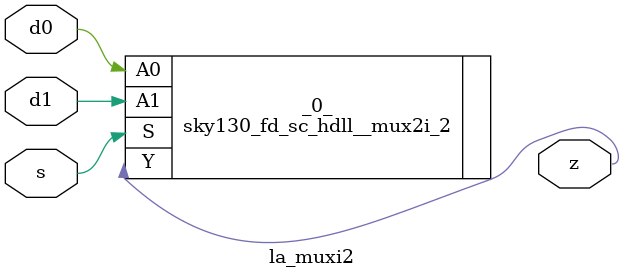
<source format=v>

/* Generated by Yosys 0.44 (git sha1 80ba43d26, g++ 11.4.0-1ubuntu1~22.04 -fPIC -O3) */

(* top =  1  *)
(* src = "inputs/la_muxi2.v:10.1-21.10" *)
module la_muxi2 (
    d0,
    d1,
    s,
    z
);
  (* src = "inputs/la_muxi2.v:13.12-13.14" *)
  input d0;
  wire d0;
  (* src = "inputs/la_muxi2.v:14.12-14.14" *)
  input d1;
  wire d1;
  (* src = "inputs/la_muxi2.v:15.12-15.13" *)
  input s;
  wire s;
  (* src = "inputs/la_muxi2.v:16.12-16.13" *)
  output z;
  wire z;
  sky130_fd_sc_hdll__mux2i_2 _0_ (
      .A0(d0),
      .A1(d1),
      .S (s),
      .Y (z)
  );
endmodule

</source>
